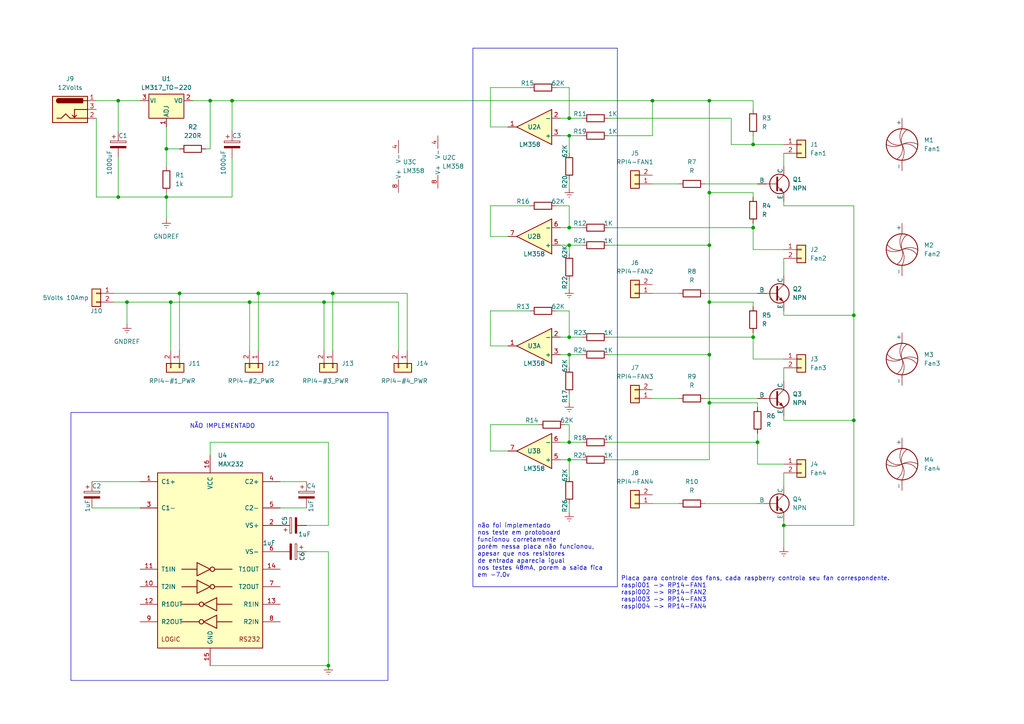
<source format=kicad_sch>
(kicad_sch (version 20250114) (generator "eeschema") (generator_version "9.0")
  (paper "A4")
  (lib_symbols
    (symbol "Amplifier_Operational:LM358" (pin_names (offset 0.127))
      (property "Reference" "U" (at 0 5.08 0))
      (property "Value" "LM358" (at 0 -5.08 0))
      (symbol "LM358_1_1"
        (polyline (pts (xy -5.08 5.08) (xy 5.08 0) (xy -5.08 -5.08) (xy -5.08 5.08)) (stroke (width 0.254)) (fill (type background)))
        (pin input line (at -7.62 2.54 0) (length 2.54) (name "+") (number "3"))
        (pin input line (at -7.62 -2.54 0) (length 2.54) (name "-") (number "2"))
        (pin output line (at 7.62 0 180) (length 2.54) (name "~") (number "1"))
      )
      (symbol "LM358_2_1"
        (polyline (pts (xy -5.08 5.08) (xy 5.08 0) (xy -5.08 -5.08) (xy -5.08 5.08)) (stroke (width 0.254)) (fill (type background)))
        (pin input line (at -7.62 2.54 0) (length 2.54) (name "+") (number "5"))
        (pin input line (at -7.62 -2.54 0) (length 2.54) (name "-") (number "6"))
        (pin output line (at 7.62 0 180) (length 2.54) (name "~") (number "7"))
      )
      (symbol "LM358_3_1"
        (pin power_in line (at -2.54 7.62 270) (length 3.81) (name "V+") (number "8"))
        (pin power_in line (at -2.54 -7.62 90) (length 3.81) (name "V-") (number "4"))
      )
    )
    (symbol "Connector:Barrel_Jack_Switch" (pin_names (hide yes))
      (property "Reference" "J" (at 0 5.334 0))
      (property "Value" "Barrel_Jack_Switch" (at 0 -5.08 0))
      (symbol "Barrel_Jack_Switch_0_1"
        (rectangle (start -5.08 3.81) (end 5.08 -3.81) (stroke (width 0.254)) (fill (type background)))
        (polyline (pts (xy -3.81 -2.54) (xy -2.54 -2.54) (xy -1.27 -1.27) (xy 0 -2.54) (xy 2.54 -2.54) (xy 5.08 -2.54)) (stroke (width 0.254)))
        (arc (start -3.302 1.905) (mid -3.9343 2.54) (end -3.302 3.175) (stroke (width 0.254)))
        (arc (start -3.302 1.905) (mid -3.9343 2.54) (end -3.302 3.175) (stroke (width 0.254)) (fill (type outline)))
        (polyline (pts (xy 1.27 -2.286) (xy 1.905 -1.651)) (stroke (width 0.254)))
        (rectangle (start 3.683 3.175) (end -3.302 1.905) (stroke (width 0.254)) (fill (type outline)))
        (polyline (pts (xy 5.08 2.54) (xy 3.81 2.54)) (stroke (width 0.254)))
        (polyline (pts (xy 5.08 0) (xy 1.27 0) (xy 1.27 -2.286) (xy 0.635 -1.651)) (stroke (width 0.254)))
      )
      (symbol "Barrel_Jack_Switch_1_1"
        (pin passive line (at 7.62 2.54 180) (length 2.54) (name "~") (number "1"))
        (pin passive line (at 7.62 0 180) (length 2.54) (name "~") (number "3"))
        (pin passive line (at 7.62 -2.54 180) (length 2.54) (name "~") (number "2"))
      )
    )
    (symbol "Connector_Generic:Conn_01x02" (pin_names (offset 1.016) (hide yes))
      (property "Reference" "J" (at 0 2.54 0))
      (property "Value" "Conn_01x02" (at 0 -5.08 0))
      (symbol "Conn_01x02_1_1"
        (rectangle (start -1.27 1.27) (end 1.27 -3.81) (stroke (width 0.254)) (fill (type background)))
        (rectangle (start -1.27 0.127) (end 0 -0.127) (stroke (width 0.1524)))
        (rectangle (start -1.27 -2.413) (end 0 -2.667) (stroke (width 0.1524)))
        (pin passive line (at -5.08 0 0) (length 3.81) (name "Pin_1") (number "1"))
        (pin passive line (at -5.08 -2.54 0) (length 3.81) (name "Pin_2") (number "2"))
      )
    )
    (symbol "Device:C_Polarized" (pin_numbers (hide yes)) (pin_names (offset 0.254))
      (property "Reference" "C" (at 0.635 2.54 0))
      (property "Value" "C_Polarized" (at 0.635 -2.54 0))
      (symbol "C_Polarized_0_1"
        (rectangle (start -2.286 0.508) (end 2.286 1.016))
        (polyline (pts (xy -1.778 2.286) (xy -0.762 2.286)))
        (polyline (pts (xy -1.27 2.794) (xy -1.27 1.778)))
        (rectangle (start 2.286 -0.508) (end -2.286 -1.016) (fill (type outline)))
      )
      (symbol "C_Polarized_1_1"
        (pin passive line (at 0 3.81 270) (length 2.794) (name "~") (number "1"))
        (pin passive line (at 0 -3.81 90) (length 2.794) (name "~") (number "2"))
      )
    )
    (symbol "Device:R" (pin_numbers (hide yes)) (pin_names (offset 0))
      (property "Reference" "R" (at 2.032 0 90))
      (property "Value" "R" (at 0 0 90))
      (symbol "R_0_1"
        (rectangle (start -1.016 -2.54) (end 1.016 2.54) (stroke (width 0.254)))
      )
      (symbol "R_1_1"
        (pin passive line (at 0 3.81 270) (length 1.27) (name "~") (number "1"))
        (pin passive line (at 0 -3.81 90) (length 1.27) (name "~") (number "2"))
      )
    )
    (symbol "Interface_UART:MAX232" (pin_names (offset 1.016))
      (property "Reference" "U" (at -2.54 28.575 0))
      (property "Value" "MAX232" (at -2.54 26.67 0))
      (symbol "MAX232_0_0"
        (text "LOGIC" (at -11.43 -22.86 0) (effects (font (size 1.27 1.27))))
        (text "RS232" (at 11.43 -22.86 0) (effects (font (size 1.27 1.27))))
      )
      (symbol "MAX232_0_1"
        (rectangle (start -15.24 -25.4) (end 15.24 25.4) (stroke (width 0.254)) (fill (type background)))
        (polyline (pts (xy -3.81 -0.635) (xy -3.81 -4.445) (xy 0 -2.54) (xy -3.81 -0.635)) (stroke (width 0.254)))
        (polyline (pts (xy -3.81 -2.54) (xy -8.255 -2.54)) (stroke (width 0.254)))
        (polyline (pts (xy -3.81 -5.715) (xy -3.81 -9.525) (xy 0 -7.62) (xy -3.81 -5.715)) (stroke (width 0.254)))
        (polyline (pts (xy -3.81 -7.62) (xy -8.255 -7.62)) (stroke (width 0.254)))
        (polyline (pts (xy -3.175 -12.7) (xy -8.255 -12.7)) (stroke (width 0.254)))
        (polyline (pts (xy -3.175 -17.78) (xy -8.255 -17.78)) (stroke (width 0.254)))
        (circle (center -2.54 -12.7) (radius 0.635) (stroke (width 0.254)))
        (circle (center -2.54 -17.78) (radius 0.635) (stroke (width 0.254)))
        (circle (center 0.635 -2.54) (radius 0.635) (stroke (width 0.254)))
        (circle (center 0.635 -7.62) (radius 0.635) (stroke (width 0.254)))
        (polyline (pts (xy 1.27 -2.54) (xy 6.35 -2.54)) (stroke (width 0.254)))
        (polyline (pts (xy 1.27 -7.62) (xy 6.35 -7.62)) (stroke (width 0.254)))
        (polyline (pts (xy 1.905 -10.795) (xy 1.905 -14.605) (xy -1.905 -12.7) (xy 1.905 -10.795)) (stroke (width 0.254)))
        (polyline (pts (xy 1.905 -12.7) (xy 6.35 -12.7)) (stroke (width 0.254)))
        (polyline (pts (xy 1.905 -15.875) (xy 1.905 -19.685) (xy -1.905 -17.78) (xy 1.905 -15.875)) (stroke (width 0.254)))
        (polyline (pts (xy 1.905 -17.78) (xy 6.35 -17.78)) (stroke (width 0.254)))
      )
      (symbol "MAX232_1_1"
        (pin passive line (at -20.32 22.86 0) (length 5.08) (name "C1+") (number "1"))
        (pin passive line (at -20.32 15.24 0) (length 5.08) (name "C1-") (number "3"))
        (pin input line (at -20.32 -2.54 0) (length 5.08) (name "T1IN") (number "11"))
        (pin input line (at -20.32 -7.62 0) (length 5.08) (name "T2IN") (number "10"))
        (pin output line (at -20.32 -12.7 0) (length 5.08) (name "R1OUT") (number "12"))
        (pin output line (at -20.32 -17.78 0) (length 5.08) (name "R2OUT") (number "9"))
        (pin power_in line (at 0 30.48 270) (length 5.08) (name "VCC") (number "16"))
        (pin power_in line (at 0 -30.48 90) (length 5.08) (name "GND") (number "15"))
        (pin passive line (at 20.32 22.86 180) (length 5.08) (name "C2+") (number "4"))
        (pin passive line (at 20.32 15.24 180) (length 5.08) (name "C2-") (number "5"))
        (pin power_out line (at 20.32 10.16 180) (length 5.08) (name "VS+") (number "2"))
        (pin power_out line (at 20.32 2.54 180) (length 5.08) (name "VS-") (number "6"))
        (pin output line (at 20.32 -2.54 180) (length 5.08) (name "T1OUT") (number "14"))
        (pin output line (at 20.32 -7.62 180) (length 5.08) (name "T2OUT") (number "7"))
        (pin input line (at 20.32 -12.7 180) (length 5.08) (name "R1IN") (number "13"))
        (pin input line (at 20.32 -17.78 180) (length 5.08) (name "R2IN") (number "8"))
      )
    )
    (symbol "Motor:Fan_ALT" (pin_numbers (hide yes)) (pin_names (offset 0))
      (property "Reference" "M" (at 3.81 5.08 0))
      (property "Value" "Fan_ALT" (at 3.81 2.54 0))
      (symbol "Fan_ALT_0_1"
        (arc (start 0 0) (mid 0.5988 -2.286) (end 0 -4.572))
        (arc (start 0 0) (mid -0.0298 -2.4174) (end -1.524 -4.318))
        (arc (start 0 0) (mid -2.286 -0.5988) (end -4.572 0))
        (arc (start 0 0) (mid -2.4174 0.0298) (end -4.318 1.524))
        (polyline (pts (xy 0 4.572) (xy 0 5.08)))
        (circle (center 0 0) (radius 4.572) (stroke (width 0.254)))
        (polyline (pts (xy 0 -5.08) (xy 0 -4.572)))
        (arc (start 0 0) (mid 2.4174 -0.0298) (end 4.318 -1.524))
        (arc (start 0 0) (mid 2.286 0.5988) (end 4.572 0))
        (arc (start 0 0) (mid 0.0324 2.4156) (end 1.524 4.318))
        (arc (start 0 0) (mid -0.5988 2.286) (end 0 4.572))
      )
      (symbol "Fan_ALT_1_1"
        (pin passive line (at 0 7.62 270) (length 2.54) (name "+") (number "1"))
        (pin passive line (at 0 -7.62 90) (length 2.54) (name "-") (number "2"))
      )
    )
    (symbol "Regulator_Linear:LM317_TO-220" (pin_names (offset 0.254))
      (property "Reference" "U" (at -3.81 3.175 0))
      (property "Value" "LM317_TO-220" (at 0 3.175 0))
      (symbol "LM317_TO-220_0_1"
        (rectangle (start -5.08 1.905) (end 5.08 -5.08) (stroke (width 0.254)) (fill (type background)))
      )
      (symbol "LM317_TO-220_1_1"
        (pin power_in line (at -7.62 0 0) (length 2.54) (name "VI") (number "3"))
        (pin input line (at 0 -7.62 90) (length 2.54) (name "ADJ") (number "1"))
        (pin power_out line (at 7.62 0 180) (length 2.54) (name "VO") (number "2"))
      )
    )
    (symbol "Simulation_SPICE:NPN" (pin_numbers (hide yes)) (pin_names (offset 0))
      (property "Reference" "Q" (at -2.54 7.62 0))
      (property "Value" "NPN" (at -2.54 5.08 0))
      (symbol "NPN_0_1"
        (polyline (pts (xy -2.54 0) (xy 0.635 0)) (stroke (width 0.1524)))
        (polyline (pts (xy 0.635 1.905) (xy 0.635 -1.905) (xy 0.635 -1.905)) (stroke (width 0.508)))
        (polyline (pts (xy 0.635 0.635) (xy 2.54 2.54)))
        (polyline (pts (xy 0.635 -0.635) (xy 2.54 -2.54) (xy 2.54 -2.54)))
        (circle (center 1.27 0) (radius 2.8194) (stroke (width 0.254)))
        (polyline (pts (xy 1.27 -1.778) (xy 1.778 -1.27) (xy 2.286 -2.286) (xy 1.27 -1.778) (xy 1.27 -1.778)) (fill (type outline)))
        (polyline (pts (xy 2.794 -1.27) (xy 2.794 -1.27)) (stroke (width 0.1524)))
        (polyline (pts (xy 2.794 -1.27) (xy 2.794 -1.27)) (stroke (width 0.1524)))
      )
      (symbol "NPN_1_1"
        (pin input line (at -5.08 0 0) (length 2.54) (name "B") (number "2"))
        (pin open_collector line (at 2.54 5.08 270) (length 2.54) (name "C") (number "1"))
        (pin open_emitter line (at 2.54 -5.08 90) (length 2.54) (name "E") (number "3"))
      )
    )
    (symbol "power:GNDREF" (power) (pin_names (offset 0))
      (property "Value" "GNDREF" (at 0 -3.81 0))
      (symbol "GNDREF_0_1"
        (polyline (pts (xy -0.635 -1.905) (xy 0.635 -1.905)))
        (polyline (pts (xy -0.127 -2.54) (xy 0.127 -2.54)))
        (polyline (pts (xy 0 -1.27) (xy 0 0)))
        (polyline (pts (xy 1.27 -1.27) (xy -1.27 -1.27)))
      )
      (symbol "GNDREF_1_1"
        (pin power_in line (at 0 0 270) (length 0) (hide yes) (name "GNDREF") (number "1"))
      )
    )
  )
  (rectangle (start 137.16 13.97) (end 179.07 170.18))
  (rectangle (start 20.574 119.634) (end 112.522 197.358))
  (text "não foi implementado\nnos teste em protoboard\nfuncionou corretamente\nporém nessa placa não funcionou,\napesar que nos resistores\nde entrada aparecia igual\nnos testes 48mA, porem a saida fica\nem -7.0v" (at 138.43 167.64 0) (effects (font (size 1.27 1.27)) (justify left bottom)))
  (text "NÃO IMPLEMENTADO" (at 64.516 123.698 0) (effects (font (size 1.27 1.27))))
  (text "Placa para controle dos fans, cada raspberry controla seu fan correspondente.\nraspi001 -> RP14-FAN1\nraspi002 -> RP14-FAN2\nraspi003 -> RP14-FAN3\nraspi004 -> RP14-FAN4" (at 180.086 171.958 0) (effects (font (size 1.27 1.27)) (justify left)))
  (junction (at 247.65 91.44))
  (junction (at 60.96 29.21))
  (junction (at 219.71 128.27))
  (junction (at 165.1 133.35))
  (junction (at 96.52 85.09))
  (junction (at 67.31 29.21))
  (junction (at 95.25 193.04))
  (junction (at 165.1 128.27))
  (junction (at 48.26 57.15))
  (junction (at 205.74 102.87))
  (junction (at 34.29 29.21))
  (junction (at 48.26 43.18))
  (junction (at 36.83 87.63))
  (junction (at 93.98 87.63))
  (junction (at 227.33 152.4))
  (junction (at 218.44 66.04))
  (junction (at 34.29 57.15))
  (junction (at 205.74 55.88))
  (junction (at 205.74 71.12))
  (junction (at 189.23 29.21))
  (junction (at 205.74 116.84))
  (junction (at 72.39 87.63))
  (junction (at 74.93 85.09))
  (junction (at 218.44 41.91))
  (junction (at 205.74 29.21))
  (junction (at 49.53 87.63))
  (junction (at 165.1 39.37))
  (junction (at 165.1 97.79))
  (junction (at 165.1 34.29))
  (junction (at 165.1 102.87))
  (junction (at 165.1 66.04))
  (junction (at 52.07 85.09))
  (junction (at 218.44 97.79))
  (junction (at 165.1 71.12))
  (junction (at 247.65 121.92))
  (junction (at 205.74 87.63))
  (wire (pts (xy 162.56 39.37) (xy 165.1 39.37)))
  (wire (pts (xy 142.24 36.83) (xy 147.32 36.83)))
  (wire (pts (xy 218.44 64.77) (xy 218.44 66.04)))
  (wire (pts (xy 34.29 45.72) (xy 34.29 57.15)))
  (wire (pts (xy 36.83 87.63) (xy 36.83 93.98)))
  (wire (pts (xy 142.24 59.69) (xy 142.24 68.58)))
  (wire (pts (xy 48.26 43.18) (xy 48.26 48.26)))
  (wire (pts (xy 205.74 116.84) (xy 219.71 116.84)))
  (wire (pts (xy 218.44 55.88) (xy 218.44 57.15)))
  (wire (pts (xy 49.53 87.63) (xy 72.39 87.63)))
  (wire (pts (xy 176.53 133.35) (xy 205.74 133.35)))
  (wire (pts (xy 165.1 102.87) (xy 165.1 106.68)))
  (wire (pts (xy 212.09 34.29) (xy 212.09 41.91)))
  (wire (pts (xy 218.44 97.79) (xy 218.44 104.14)))
  (wire (pts (xy 142.24 25.4) (xy 142.24 36.83)))
  (wire (pts (xy 165.1 66.04) (xy 168.91 66.04)))
  (wire (pts (xy 27.94 34.29) (xy 27.94 57.15)))
  (wire (pts (xy 93.98 87.63) (xy 93.98 101.6)))
  (wire (pts (xy 36.83 87.63) (xy 49.53 87.63)))
  (wire (pts (xy 247.65 91.44) (xy 247.65 121.92)))
  (wire (pts (xy 27.94 29.21) (xy 34.29 29.21)))
  (wire (pts (xy 59.69 43.18) (xy 60.96 43.18)))
  (wire (pts (xy 205.74 102.87) (xy 205.74 116.84)))
  (wire (pts (xy 212.09 41.91) (xy 218.44 41.91)))
  (wire (pts (xy 218.44 96.52) (xy 218.44 97.79)))
  (wire (pts (xy 161.29 25.4) (xy 165.1 25.4)))
  (wire (pts (xy 162.56 133.35) (xy 165.1 133.35)))
  (wire (pts (xy 162.56 66.04) (xy 165.1 66.04)))
  (wire (pts (xy 189.23 53.34) (xy 196.85 53.34)))
  (wire (pts (xy 205.74 29.21) (xy 205.74 55.88)))
  (wire (pts (xy 52.07 85.09) (xy 74.93 85.09)))
  (wire (pts (xy 60.96 29.21) (xy 67.31 29.21)))
  (wire (pts (xy 218.44 104.14) (xy 227.33 104.14)))
  (wire (pts (xy 205.74 116.84) (xy 205.74 133.35)))
  (wire (pts (xy 142.24 123.19) (xy 156.21 123.19)))
  (wire (pts (xy 165.1 148.59) (xy 165.1 146.05)))
  (wire (pts (xy 33.02 87.63) (xy 36.83 87.63)))
  (wire (pts (xy 219.71 125.73) (xy 219.71 128.27)))
  (wire (pts (xy 165.1 52.07) (xy 165.1 54.61)))
  (wire (pts (xy 48.26 36.83) (xy 48.26 43.18)))
  (wire (pts (xy 227.33 58.42) (xy 227.33 59.69)))
  (wire (pts (xy 189.23 29.21) (xy 189.23 39.37)))
  (wire (pts (xy 165.1 39.37) (xy 168.91 39.37)))
  (wire (pts (xy 204.47 53.34) (xy 219.71 53.34)))
  (wire (pts (xy 176.53 128.27) (xy 219.71 128.27)))
  (wire (pts (xy 142.24 90.17) (xy 153.67 90.17)))
  (wire (pts (xy 142.24 90.17) (xy 142.24 100.33)))
  (wire (pts (xy 165.1 90.17) (xy 165.1 97.79)))
  (wire (pts (xy 247.65 59.69) (xy 247.65 91.44)))
  (wire (pts (xy 72.39 87.63) (xy 72.39 101.6)))
  (wire (pts (xy 34.29 38.1) (xy 34.29 29.21)))
  (wire (pts (xy 60.96 29.21) (xy 60.96 43.18)))
  (wire (pts (xy 227.33 106.68) (xy 227.33 110.49)))
  (wire (pts (xy 227.33 74.93) (xy 227.33 80.01)))
  (wire (pts (xy 162.56 97.79) (xy 165.1 97.79)))
  (wire (pts (xy 162.56 71.12) (xy 165.1 71.12)))
  (wire (pts (xy 204.47 85.09) (xy 219.71 85.09)))
  (wire (pts (xy 165.1 25.4) (xy 165.1 34.29)))
  (wire (pts (xy 204.47 146.05) (xy 219.71 146.05)))
  (wire (pts (xy 52.07 85.09) (xy 52.07 101.6)))
  (wire (pts (xy 67.31 45.72) (xy 67.31 57.15)))
  (wire (pts (xy 72.39 87.63) (xy 93.98 87.63)))
  (wire (pts (xy 227.33 121.92) (xy 247.65 121.92)))
  (wire (pts (xy 163.83 123.19) (xy 165.1 123.19)))
  (wire (pts (xy 55.88 29.21) (xy 60.96 29.21)))
  (wire (pts (xy 26.67 147.32) (xy 40.64 147.32)))
  (wire (pts (xy 162.56 34.29) (xy 165.1 34.29)))
  (wire (pts (xy 176.53 97.79) (xy 218.44 97.79)))
  (wire (pts (xy 227.33 158.75) (xy 227.33 152.4)))
  (wire (pts (xy 165.1 123.19) (xy 165.1 128.27)))
  (wire (pts (xy 93.98 87.63) (xy 115.57 87.63)))
  (wire (pts (xy 34.29 57.15) (xy 48.26 57.15)))
  (wire (pts (xy 165.1 71.12) (xy 168.91 71.12)))
  (wire (pts (xy 161.29 59.69) (xy 165.1 59.69)))
  (wire (pts (xy 218.44 72.39) (xy 227.33 72.39)))
  (wire (pts (xy 60.96 193.04) (xy 95.25 193.04)))
  (wire (pts (xy 205.74 55.88) (xy 218.44 55.88)))
  (wire (pts (xy 67.31 29.21) (xy 67.31 38.1)))
  (wire (pts (xy 227.33 91.44) (xy 247.65 91.44)))
  (wire (pts (xy 60.96 128.27) (xy 60.96 132.08)))
  (wire (pts (xy 227.33 152.4) (xy 247.65 152.4)))
  (wire (pts (xy 205.74 87.63) (xy 205.74 102.87)))
  (wire (pts (xy 227.33 44.45) (xy 227.33 48.26)))
  (wire (pts (xy 205.74 71.12) (xy 205.74 87.63)))
  (wire (pts (xy 165.1 128.27) (xy 168.91 128.27)))
  (wire (pts (xy 227.33 120.65) (xy 227.33 121.92)))
  (wire (pts (xy 142.24 130.81) (xy 147.32 130.81)))
  (wire (pts (xy 227.33 151.13) (xy 227.33 152.4)))
  (wire (pts (xy 96.52 85.09) (xy 96.52 101.6)))
  (wire (pts (xy 165.1 83.82) (xy 165.1 81.28)))
  (wire (pts (xy 33.02 85.09) (xy 52.07 85.09)))
  (wire (pts (xy 96.52 85.09) (xy 118.11 85.09)))
  (wire (pts (xy 189.23 29.21) (xy 205.74 29.21)))
  (wire (pts (xy 205.74 29.21) (xy 218.44 29.21)))
  (wire (pts (xy 26.67 139.7) (xy 40.64 139.7)))
  (wire (pts (xy 74.93 85.09) (xy 96.52 85.09)))
  (wire (pts (xy 48.26 55.88) (xy 48.26 57.15)))
  (wire (pts (xy 162.56 128.27) (xy 165.1 128.27)))
  (wire (pts (xy 247.65 121.92) (xy 247.65 152.4)))
  (wire (pts (xy 60.96 128.27) (xy 95.25 128.27)))
  (wire (pts (xy 227.33 59.69) (xy 247.65 59.69)))
  (wire (pts (xy 118.11 85.09) (xy 118.11 101.6)))
  (wire (pts (xy 218.44 66.04) (xy 218.44 72.39)))
  (wire (pts (xy 161.29 90.17) (xy 165.1 90.17)))
  (wire (pts (xy 176.53 34.29) (xy 212.09 34.29)))
  (wire (pts (xy 49.53 87.63) (xy 49.53 101.6)))
  (wire (pts (xy 74.93 85.09) (xy 74.93 101.6)))
  (wire (pts (xy 165.1 133.35) (xy 168.91 133.35)))
  (wire (pts (xy 176.53 71.12) (xy 205.74 71.12)))
  (wire (pts (xy 227.33 137.16) (xy 227.33 140.97)))
  (wire (pts (xy 165.1 116.84) (xy 165.1 114.3)))
  (wire (pts (xy 165.1 71.12) (xy 165.1 73.66)))
  (wire (pts (xy 165.1 39.37) (xy 165.1 44.45)))
  (wire (pts (xy 165.1 34.29) (xy 168.91 34.29)))
  (wire (pts (xy 142.24 100.33) (xy 147.32 100.33)))
  (wire (pts (xy 165.1 102.87) (xy 168.91 102.87)))
  (wire (pts (xy 218.44 39.37) (xy 218.44 41.91)))
  (wire (pts (xy 204.47 115.57) (xy 219.71 115.57)))
  (wire (pts (xy 95.25 128.27) (xy 95.25 152.4)))
  (wire (pts (xy 176.53 66.04) (xy 218.44 66.04)))
  (wire (pts (xy 48.26 43.18) (xy 52.07 43.18)))
  (wire (pts (xy 227.33 90.17) (xy 227.33 91.44)))
  (wire (pts (xy 176.53 39.37) (xy 189.23 39.37)))
  (wire (pts (xy 205.74 55.88) (xy 205.74 71.12)))
  (wire (pts (xy 95.25 160.02) (xy 95.25 193.04)))
  (wire (pts (xy 67.31 29.21) (xy 189.23 29.21)))
  (wire (pts (xy 176.53 102.87) (xy 205.74 102.87)))
  (wire (pts (xy 81.28 139.7) (xy 88.9 139.7)))
  (wire (pts (xy 81.28 147.32) (xy 88.9 147.32)))
  (wire (pts (xy 142.24 68.58) (xy 147.32 68.58)))
  (wire (pts (xy 165.1 59.69) (xy 165.1 66.04)))
  (wire (pts (xy 142.24 123.19) (xy 142.24 130.81)))
  (wire (pts (xy 115.57 87.63) (xy 115.57 101.6)))
  (wire (pts (xy 27.94 57.15) (xy 34.29 57.15)))
  (wire (pts (xy 48.26 57.15) (xy 67.31 57.15)))
  (wire (pts (xy 48.26 63.5) (xy 48.26 57.15)))
  (wire (pts (xy 162.56 102.87) (xy 165.1 102.87)))
  (wire (pts (xy 219.71 128.27) (xy 219.71 134.62)))
  (wire (pts (xy 218.44 41.91) (xy 227.33 41.91)))
  (wire (pts (xy 189.23 146.05) (xy 196.85 146.05)))
  (wire (pts (xy 88.9 160.02) (xy 95.25 160.02)))
  (wire (pts (xy 142.24 59.69) (xy 153.67 59.69)))
  (wire (pts (xy 218.44 29.21) (xy 218.44 31.75)))
  (wire (pts (xy 142.24 25.4) (xy 153.67 25.4)))
  (wire (pts (xy 88.9 152.4) (xy 95.25 152.4)))
  (wire (pts (xy 218.44 87.63) (xy 218.44 88.9)))
  (wire (pts (xy 189.23 85.09) (xy 196.85 85.09)))
  (wire (pts (xy 165.1 133.35) (xy 165.1 138.43)))
  (wire (pts (xy 219.71 116.84) (xy 219.71 118.11)))
  (wire (pts (xy 205.74 87.63) (xy 218.44 87.63)))
  (wire (pts (xy 165.1 97.79) (xy 168.91 97.79)))
  (wire (pts (xy 219.71 134.62) (xy 227.33 134.62)))
  (wire (pts (xy 34.29 29.21) (xy 40.64 29.21)))
  (wire (pts (xy 189.23 115.57) (xy 196.85 115.57)))
  (symbol (lib_id "Connector_Generic:Conn_01x02") (at 27.94 85.09 0) (mirror y) (unit 1)
    (property "Reference" "J10" (at 27.94 90.17 0))
    (property "Value" "5Volts 10Amp" (at 19.05 86.36 0))
  )
  (symbol (lib_id "Device:R") (at 172.72 39.37 270) (unit 1)
    (property "Reference" "R19" (at 170.18 38.1 90) (effects (justify right)))
    (property "Value" "1K" (at 179.07 38.1 90) (effects (justify right)))
  )
  (symbol (lib_id "Simulation_SPICE:NPN") (at 224.79 146.05 0) (unit 1)
    (property "Reference" "Q4" (at 229.87 144.78 0) (effects (justify left)))
    (property "Value" "NPN" (at 229.87 147.32 0) (effects (justify left)))
    (property "Datasheet" "https://ngspice.sourceforge.io/docs/ngspice-html-manual/manual.xhtml#cha_BJTs" (effects (hide yes)))
    (property "Sim.Device" "NPN" (effects (hide yes)))
    (property "Sim.Type" "GUMMELPOON" (effects (hide yes)))
    (property "Sim.Pins" "1=C 2=B 3=E" (effects (hide yes)))
  )
  (symbol (lib_id "Connector_Generic:Conn_01x02") (at 118.11 106.68 270) (unit 1)
    (property "Reference" "J14" (at 120.65 105.41 90) (effects (justify left)))
    (property "Value" "RPI4-#4_PWR" (at 110.49 110.49 90) (effects (justify left)))
  )
  (symbol (lib_id "Connector_Generic:Conn_01x02") (at 232.41 104.14 0) (unit 1)
    (property "Reference" "J3" (at 234.95 104.14 0) (effects (justify left)))
    (property "Value" "Fan3" (at 234.95 106.68 0) (effects (justify left)))
  )
  (symbol (lib_id "Connector_Generic:Conn_01x02") (at 96.52 106.68 270) (unit 1)
    (property "Reference" "J13" (at 99.06 105.41 90) (effects (justify left)))
    (property "Value" "RPI4-#3_PWR" (at 87.63 110.49 90) (effects (justify left)))
  )
  (symbol (lib_id "Device:R") (at 157.48 59.69 270) (unit 1)
    (property "Reference" "R16" (at 153.67 58.42 90) (effects (justify right)))
    (property "Value" "62K" (at 163.83 58.42 90) (effects (justify right)))
  )
  (symbol (lib_id "Connector_Generic:Conn_01x02") (at 232.41 134.62 0) (unit 1)
    (property "Reference" "J4" (at 234.95 134.62 0) (effects (justify left)))
    (property "Value" "Fan4" (at 234.95 137.16 0) (effects (justify left)))
  )
  (symbol (lib_id "power:GNDREF") (at 165.1 83.82 0) (unit 1)
    (property "Reference" "#PWR06" (effects (hide yes)))
    (property "Value" "GNDREF" (effects (hide yes)))
  )
  (symbol (lib_id "Connector_Generic:Conn_01x02") (at 74.93 106.68 270) (unit 1)
    (property "Reference" "J12" (at 77.47 105.41 90) (effects (justify left)))
    (property "Value" "RPI4-#2_PWR" (at 66.04 110.49 90) (effects (justify left)))
  )
  (symbol (lib_id "Connector_Generic:Conn_01x02") (at 184.15 85.09 180) (unit 1)
    (property "Reference" "J6" (at 184.15 76.2 0))
    (property "Value" "RPI4-FAN2" (at 184.15 78.74 0))
  )
  (symbol (lib_id "Motor:Fan_ALT") (at 261.62 134.62 0) (unit 1)
    (property "Reference" "M4" (at 267.97 133.35 0) (effects (justify left)))
    (property "Value" "Fan4" (at 267.97 135.89 0) (effects (justify left)))
  )
  (symbol (lib_id "Device:C_Polarized") (at 88.9 143.51 0) (unit 1)
    (property "Reference" "C4" (at 88.9 140.97 0) (effects (justify left)))
    (property "Value" "1uF" (at 90.17 148.59 90) (effects (justify left)))
  )
  (symbol (lib_id "Device:R") (at 200.66 85.09 90) (unit 1)
    (property "Reference" "R8" (at 200.66 78.74 90))
    (property "Value" "R" (at 200.66 81.28 90))
  )
  (symbol (lib_id "power:GNDREF") (at 165.1 54.61 0) (unit 1)
    (property "Reference" "#PWR05" (effects (hide yes)))
    (property "Value" "GNDREF" (effects (hide yes)))
  )
  (symbol (lib_id "Device:R") (at 218.44 35.56 0) (unit 1)
    (property "Reference" "R3" (at 220.98 34.29 0) (effects (justify left)))
    (property "Value" "R" (at 220.98 36.83 0) (effects (justify left)))
  )
  (symbol (lib_id "Device:R") (at 218.44 60.96 0) (unit 1)
    (property "Reference" "R4" (at 220.98 59.69 0) (effects (justify left)))
    (property "Value" "R" (at 220.98 62.23 0) (effects (justify left)))
  )
  (symbol (lib_id "Device:R") (at 48.26 52.07 0) (unit 1)
    (property "Reference" "R1" (at 50.8 50.8 0) (effects (justify left)))
    (property "Value" "1k" (at 50.8 53.34 0) (effects (justify left)))
  )
  (symbol (lib_id "Device:R") (at 172.72 128.27 270) (unit 1)
    (property "Reference" "R18" (at 170.18 127 90) (effects (justify right)))
    (property "Value" "1K" (at 177.8 127 90) (effects (justify right)))
  )
  (symbol (lib_id "power:GNDREF") (at 95.25 193.04 0) (unit 1)
    (property "Reference" "#PWR08" (effects (hide yes)))
    (property "Value" "GNDREF" (effects (hide yes)))
  )
  (symbol (lib_id "Device:R") (at 160.02 123.19 270) (unit 1)
    (property "Reference" "R14" (at 156.21 121.92 90) (effects (justify right)))
    (property "Value" "62K" (at 166.37 121.92 90) (effects (justify right)))
  )
  (symbol (lib_id "Amplifier_Operational:LM358") (at 113.03 48.26 180) (unit 3)
    (property "Reference" "U3" (at 116.84 46.99 0) (effects (justify right)))
    (property "Value" "LM358" (at 116.84 49.53 0) (effects (justify right)))
    (property "Datasheet" "http://www.ti.com/lit/ds/symlink/lm2904-n.pdf" (effects (hide yes)))
  )
  (symbol (lib_id "Device:C_Polarized") (at 34.29 41.91 0) (unit 1)
    (property "Reference" "C1" (at 34.29 39.37 0) (effects (justify left)))
    (property "Value" "1000uF" (at 31.75 50.8 90) (effects (justify left)))
  )
  (symbol (lib_id "power:GNDREF") (at 165.1 148.59 0) (unit 1)
    (property "Reference" "#PWR04" (effects (hide yes)))
    (property "Value" "GNDREF" (effects (hide yes)))
  )
  (symbol (lib_id "Device:C_Polarized") (at 85.09 160.02 270) (unit 1)
    (property "Reference" "C6" (at 87.63 160.02 0) (effects (justify left)))
    (property "Value" "1uF" (at 76.2 157.48 90) (effects (justify left)))
  )
  (symbol (lib_id "Device:R") (at 218.44 92.71 0) (unit 1)
    (property "Reference" "R5" (at 220.98 91.44 0) (effects (justify left)))
    (property "Value" "R" (at 220.98 93.98 0) (effects (justify left)))
  )
  (symbol (lib_id "Connector_Generic:Conn_01x02") (at 184.15 53.34 180) (unit 1)
    (property "Reference" "J5" (at 184.15 44.45 0))
    (property "Value" "RPI4-FAN1" (at 184.15 46.99 0))
  )
  (symbol (lib_id "Amplifier_Operational:LM358") (at 124.46 46.99 180) (unit 3)
    (property "Reference" "U2" (at 128.27 45.72 0) (effects (justify right)))
    (property "Value" "LM358" (at 128.27 48.26 0) (effects (justify right)))
    (property "Datasheet" "http://www.ti.com/lit/ds/symlink/lm2904-n.pdf" (effects (hide yes)))
  )
  (symbol (lib_id "power:GNDREF") (at 227.33 158.75 0) (unit 1)
    (property "Reference" "#PWR01" (effects (hide yes)))
    (property "Value" "GNDREF" (effects (hide yes)))
  )
  (symbol (lib_id "Device:R") (at 165.1 48.26 0) (unit 1)
    (property "Reference" "R20" (at 163.83 50.8 90) (effects (justify right)))
    (property "Value" "62K" (at 163.83 41.91 90) (effects (justify right)))
  )
  (symbol (lib_id "Device:R") (at 172.72 102.87 270) (unit 1)
    (property "Reference" "R24" (at 170.18 101.6 90) (effects (justify right)))
    (property "Value" "1K" (at 177.8 101.6 90) (effects (justify right)))
  )
  (symbol (lib_id "Device:R") (at 172.72 97.79 270) (unit 1)
    (property "Reference" "R23" (at 170.18 96.52 90) (effects (justify right)))
    (property "Value" "1K" (at 177.8 96.52 90) (effects (justify right)))
  )
  (symbol (lib_id "Motor:Fan_ALT") (at 261.62 72.39 0) (unit 1)
    (property "Reference" "M2" (at 267.97 71.12 0) (effects (justify left)))
    (property "Value" "Fan2" (at 267.97 73.66 0) (effects (justify left)))
  )
  (symbol (lib_id "Connector_Generic:Conn_01x02") (at 232.41 41.91 0) (unit 1)
    (property "Reference" "J1" (at 234.95 41.91 0) (effects (justify left)))
    (property "Value" "Fan1" (at 234.95 44.45 0) (effects (justify left)))
  )
  (symbol (lib_id "Amplifier_Operational:LM358") (at 154.94 68.58 180) (unit 2)
    (property "Reference" "U2" (at 154.94 68.58 0))
    (property "Value" "LM358" (at 154.94 73.66 0))
    (property "Datasheet" "http://www.ti.com/lit/ds/symlink/lm2904-n.pdf" (effects (hide yes)))
  )
  (symbol (lib_id "Device:R") (at 172.72 34.29 270) (unit 1)
    (property "Reference" "R11" (at 170.18 33.02 90) (effects (justify right)))
    (property "Value" "1K" (at 179.07 33.02 90) (effects (justify right)))
  )
  (symbol (lib_id "Simulation_SPICE:NPN") (at 224.79 85.09 0) (unit 1)
    (property "Reference" "Q2" (at 229.87 83.82 0) (effects (justify left)))
    (property "Value" "NPN" (at 229.87 86.36 0) (effects (justify left)))
    (property "Datasheet" "https://ngspice.sourceforge.io/docs/ngspice-html-manual/manual.xhtml#cha_BJTs" (effects (hide yes)))
    (property "Sim.Device" "NPN" (effects (hide yes)))
    (property "Sim.Type" "GUMMELPOON" (effects (hide yes)))
    (property "Sim.Pins" "1=C 2=B 3=E" (effects (hide yes)))
  )
  (symbol (lib_id "Device:C_Polarized") (at 67.31 41.91 0) (unit 1)
    (property "Reference" "C3" (at 67.31 39.37 0) (effects (justify left)))
    (property "Value" "1000uF" (at 64.77 50.8 90) (effects (justify left)))
  )
  (symbol (lib_id "Device:R") (at 200.66 146.05 90) (unit 1)
    (property "Reference" "R10" (at 200.66 139.7 90))
    (property "Value" "R" (at 200.66 142.24 90))
  )
  (symbol (lib_id "Device:R") (at 157.48 90.17 270) (unit 1)
    (property "Reference" "R13" (at 153.67 88.9 90) (effects (justify right)))
    (property "Value" "62K" (at 163.83 88.9 90) (effects (justify right)))
  )
  (symbol (lib_id "Simulation_SPICE:NPN") (at 224.79 53.34 0) (unit 1)
    (property "Reference" "Q1" (at 229.87 52.07 0) (effects (justify left)))
    (property "Value" "NPN" (at 229.87 54.61 0) (effects (justify left)))
    (property "Datasheet" "https://ngspice.sourceforge.io/docs/ngspice-html-manual/manual.xhtml#cha_BJTs" (effects (hide yes)))
    (property "Sim.Device" "NPN" (effects (hide yes)))
    (property "Sim.Type" "GUMMELPOON" (effects (hide yes)))
    (property "Sim.Pins" "1=C 2=B 3=E" (effects (hide yes)))
  )
  (symbol (lib_id "Amplifier_Operational:LM358") (at 154.94 130.81 180) (unit 2)
    (property "Reference" "U3" (at 154.94 130.81 0))
    (property "Value" "LM358" (at 154.94 135.89 0))
    (property "Datasheet" "http://www.ti.com/lit/ds/symlink/lm2904-n.pdf" (effects (hide yes)))
  )
  (symbol (lib_id "Device:R") (at 165.1 142.24 0) (unit 1)
    (property "Reference" "R26" (at 163.83 144.78 90) (effects (justify right)))
    (property "Value" "62K" (at 163.83 135.89 90) (effects (justify right)))
  )
  (symbol (lib_id "Device:C_Polarized") (at 85.09 152.4 90) (unit 1)
    (property "Reference" "C5" (at 82.55 152.4 0) (effects (justify left)))
    (property "Value" "1uF" (at 90.17 154.94 90) (effects (justify left)))
  )
  (symbol (lib_id "Device:R") (at 200.66 53.34 90) (unit 1)
    (property "Reference" "R7" (at 200.66 46.99 90))
    (property "Value" "R" (at 200.66 49.53 90))
  )
  (symbol (lib_id "Motor:Fan_ALT") (at 261.62 41.91 0) (unit 1)
    (property "Reference" "M1" (at 267.97 40.64 0) (effects (justify left)))
    (property "Value" "Fan1" (at 267.97 43.18 0) (effects (justify left)))
  )
  (symbol (lib_id "power:GNDREF") (at 36.83 93.98 0) (unit 1)
    (property "Reference" "#PWR03" (effects (hide yes)))
    (property "Value" "GNDREF" (at 36.83 99.06 0))
  )
  (symbol (lib_id "Connector_Generic:Conn_01x02") (at 184.15 115.57 180) (unit 1)
    (property "Reference" "J7" (at 184.15 106.68 0))
    (property "Value" "RPI4-FAN3" (at 184.15 109.22 0))
  )
  (symbol (lib_id "Device:R") (at 200.66 115.57 90) (unit 1)
    (property "Reference" "R9" (at 200.66 109.22 90))
    (property "Value" "R" (at 200.66 111.76 90))
  )
  (symbol (lib_id "power:GNDREF") (at 48.26 63.5 0) (unit 1)
    (property "Reference" "#PWR02" (effects (hide yes)))
    (property "Value" "GNDREF" (at 48.26 68.58 0))
  )
  (symbol (lib_id "Device:R") (at 165.1 77.47 0) (unit 1)
    (property "Reference" "R22" (at 163.83 80.01 90) (effects (justify right)))
    (property "Value" "62K" (at 163.83 71.12 90) (effects (justify right)))
  )
  (symbol (lib_id "Regulator_Linear:LM317_TO-220") (at 48.26 29.21 0) (unit 1)
    (property "Reference" "U1" (at 48.26 22.86 0))
    (property "Value" "LM317_TO-220" (at 48.26 25.4 0))
    (property "Footprint" "Package_TO_SOT_THT:TO-220-3_Vertical" (effects (hide yes)))
    (property "Datasheet" "http://www.ti.com/lit/ds/symlink/lm317.pdf" (effects (hide yes)))
  )
  (symbol (lib_id "Simulation_SPICE:NPN") (at 224.79 115.57 0) (unit 1)
    (property "Reference" "Q3" (at 229.87 114.3 0) (effects (justify left)))
    (property "Value" "NPN" (at 229.87 116.84 0) (effects (justify left)))
    (property "Datasheet" "https://ngspice.sourceforge.io/docs/ngspice-html-manual/manual.xhtml#cha_BJTs" (effects (hide yes)))
    (property "Sim.Device" "NPN" (effects (hide yes)))
    (property "Sim.Type" "GUMMELPOON" (effects (hide yes)))
    (property "Sim.Pins" "1=C 2=B 3=E" (effects (hide yes)))
  )
  (symbol (lib_id "Motor:Fan_ALT") (at 261.62 104.14 0) (unit 1)
    (property "Reference" "M3" (at 267.97 102.87 0) (effects (justify left)))
    (property "Value" "Fan3" (at 267.97 105.41 0) (effects (justify left)))
  )
  (symbol (lib_id "Device:R") (at 157.48 25.4 270) (unit 1)
    (property "Reference" "R15" (at 154.94 24.13 90) (effects (justify right)))
    (property "Value" "62K" (at 163.83 24.13 90) (effects (justify right)))
  )
  (symbol (lib_id "Device:R") (at 172.72 71.12 270) (unit 1)
    (property "Reference" "R21" (at 170.18 69.85 90) (effects (justify right)))
    (property "Value" "1K" (at 177.8 69.85 90) (effects (justify right)))
  )
  (symbol (lib_id "Device:R") (at 219.71 121.92 0) (unit 1)
    (property "Reference" "R6" (at 222.25 120.65 0) (effects (justify left)))
    (property "Value" "R" (at 222.25 123.19 0) (effects (justify left)))
  )
  (symbol (lib_id "Device:C_Polarized") (at 26.67 143.51 0) (unit 1)
    (property "Reference" "C2" (at 26.67 140.97 0) (effects (justify left)))
    (property "Value" "1uF" (at 25.4 148.59 90) (effects (justify left)))
  )
  (symbol (lib_id "Connector_Generic:Conn_01x02") (at 52.07 106.68 270) (unit 1)
    (property "Reference" "J11" (at 54.61 105.41 90) (effects (justify left)))
    (property "Value" "RPI4-#1_PWR" (at 43.18 110.49 90) (effects (justify left)))
  )
  (symbol (lib_id "Device:R") (at 55.88 43.18 90) (unit 1)
    (property "Reference" "R2" (at 55.88 36.83 90))
    (property "Value" "220R" (at 55.88 39.37 90))
  )
  (symbol (lib_id "Interface_UART:MAX232") (at 60.96 162.56 0) (unit 1)
    (property "Reference" "U4" (at 63.1541 132.08 0) (effects (justify left)))
    (property "Value" "MAX232" (at 63.1541 134.62 0) (effects (justify left)))
    (property "Datasheet" "http://www.ti.com/lit/ds/symlink/max232.pdf" (effects (hide yes)))
  )
  (symbol (lib_id "Connector_Generic:Conn_01x02") (at 232.41 72.39 0) (unit 1)
    (property "Reference" "J2" (at 234.95 72.39 0) (effects (justify left)))
    (property "Value" "Fan2" (at 234.95 74.93 0) (effects (justify left)))
  )
  (symbol (lib_id "Device:R") (at 172.72 66.04 270) (unit 1)
    (property "Reference" "R12" (at 170.18 64.77 90) (effects (justify right)))
    (property "Value" "1K" (at 177.8 64.77 90) (effects (justify right)))
  )
  (symbol (lib_id "power:GNDREF") (at 165.1 116.84 0) (unit 1)
    (property "Reference" "#PWR07" (effects (hide yes)))
    (property "Value" "GNDREF" (effects (hide yes)))
  )
  (symbol (lib_id "Connector:Barrel_Jack_Switch") (at 20.32 31.75 0) (unit 1)
    (property "Reference" "J9" (at 20.32 22.86 0))
    (property "Value" "12Volts" (at 20.32 25.4 0))
  )
  (symbol (lib_id "Connector_Generic:Conn_01x02") (at 184.15 146.05 180) (unit 1)
    (property "Reference" "J8" (at 184.15 137.16 0))
    (property "Value" "RPI4-FAN4" (at 184.15 139.7 0))
  )
  (symbol (lib_id "Device:R") (at 165.1 110.49 0) (unit 1)
    (property "Reference" "R17" (at 163.83 113.03 90) (effects (justify right)))
    (property "Value" "62K" (at 163.83 104.14 90) (effects (justify right)))
  )
  (symbol (lib_id "Amplifier_Operational:LM358") (at 154.94 100.33 180) (unit 1)
    (property "Reference" "U3" (at 154.94 100.33 0))
    (property "Value" "LM358" (at 154.94 105.41 0))
    (property "Datasheet" "http://www.ti.com/lit/ds/symlink/lm2904-n.pdf" (effects (hide yes)))
  )
  (symbol (lib_id "Device:R") (at 172.72 133.35 270) (unit 1)
    (property "Reference" "R25" (at 170.18 132.08 90) (effects (justify right)))
    (property "Value" "1K" (at 177.8 132.08 90) (effects (justify right)))
  )
  (symbol (lib_id "Amplifier_Operational:LM358") (at 154.94 36.83 180) (unit 1)
    (property "Reference" "U2" (at 154.94 36.83 0))
    (property "Value" "LM358" (at 153.67 41.91 0))
    (property "Datasheet" "http://www.ti.com/lit/ds/symlink/lm2904-n.pdf" (effects (hide yes)))
  )
)
</source>
